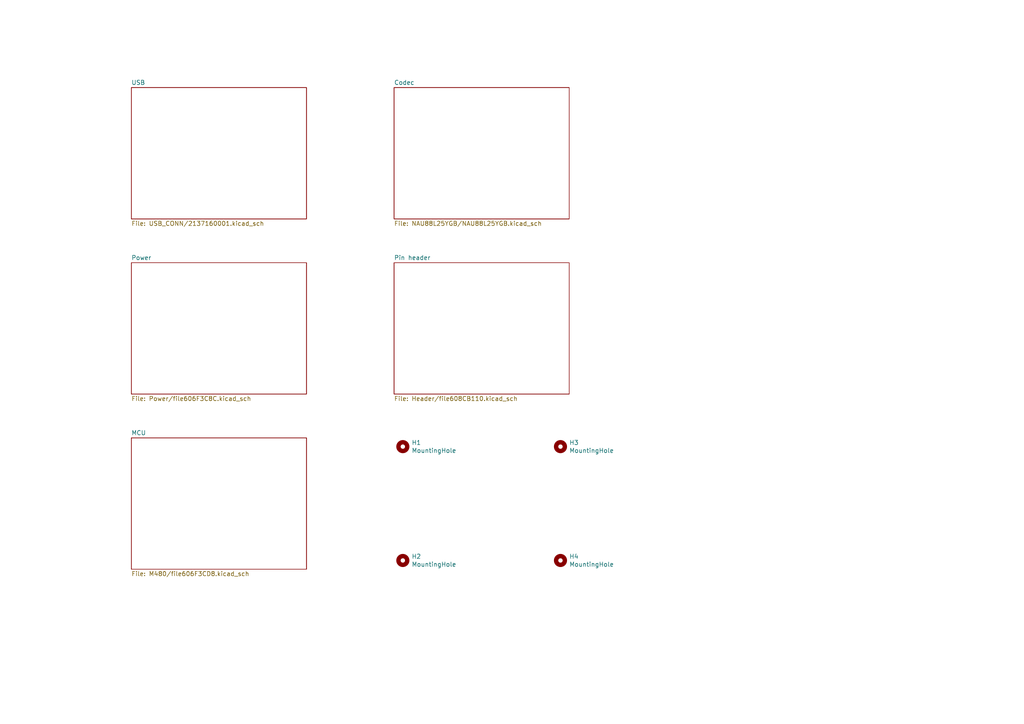
<source format=kicad_sch>
(kicad_sch (version 20211123) (generator eeschema)
  (paper "A4")
  (title_block (title "NuDAC") (date "2021-06-02") (rev "1.0.0") (company "DANCHOUZHOU") (comment 1 "Copyright © Danny Chou, all rights reserved.") (comment 2 "danchouzhou@gmail.com"))
  (lib_symbols
    (symbol "Mechanical:MountingHole" (pin_names (offset 1.016))
      (property "Reference" "H" (at 0 5.08 0))
      (property "Value" "MountingHole" (at 0 3.175 0))
      (symbol "MountingHole_0_1"
        (circle (center 0 0) (radius 1.27) (stroke (width 1.27)))
      )
    )
  )
  (symbol (lib_id "Mechanical:MountingHole") (at 116.84 129.54 0) (unit 1)
    (property "Reference" "H1" (at 119.38 128.3716 0) (effects (justify left)))
    (property "Value" "MountingHole" (at 119.38 130.683 0) (effects (justify left)))
    (property "Footprint" "MountingHole:MountingHole_2.7mm_M2.5_ISO7380" (effects hide))
  )
  (symbol (lib_id "Mechanical:MountingHole") (at 162.56 129.54 0) (unit 1)
    (property "Reference" "H3" (at 165.1 128.3716 0) (effects (justify left)))
    (property "Value" "MountingHole" (at 165.1 130.683 0) (effects (justify left)))
    (property "Footprint" "MountingHole:MountingHole_2.7mm_M2.5_ISO7380" (effects hide))
  )
  (symbol (lib_id "Mechanical:MountingHole") (at 116.84 162.56 0) (unit 1)
    (property "Reference" "H2" (at 119.38 161.3916 0) (effects (justify left)))
    (property "Value" "MountingHole" (at 119.38 163.703 0) (effects (justify left)))
    (property "Footprint" "MountingHole:MountingHole_2.7mm_M2.5_ISO7380" (effects hide))
  )
  (symbol (lib_id "Mechanical:MountingHole") (at 162.56 162.56 0) (unit 1)
    (property "Reference" "H4" (at 165.1 161.3916 0) (effects (justify left)))
    (property "Value" "MountingHole" (at 165.1 163.703 0) (effects (justify left)))
    (property "Footprint" "MountingHole:MountingHole_2.7mm_M2.5_ISO7380" (effects hide))
  )
  (sheet (at 38.1 25.4) (size 50.8 38.1)
    (property "Sheet name" "USB" (at 38.1 24.6884 0) (effects (justify left bottom)))
    (property "Sheet file" "USB_CONN/2137160001.kicad_sch" (at 38.1 64.0846 0) (effects (justify left top)))
  )
  (sheet (at 38.1 76.2) (size 50.8 38.1)
    (property "Sheet name" "Power" (at 38.1 75.4884 0) (effects (justify left bottom)))
    (property "Sheet file" "Power/file606F3C8C.kicad_sch" (at 38.1 114.8846 0) (effects (justify left top)))
  )
  (sheet (at 38.1 127) (size 50.8 38.1)
    (property "Sheet name" "MCU" (at 38.1 126.2884 0) (effects (justify left bottom)))
    (property "Sheet file" "M480/file606F3CD8.kicad_sch" (at 38.1 165.6846 0) (effects (justify left top)))
  )
  (sheet (at 114.3 25.4) (size 50.8 38.1)
    (property "Sheet name" "Codec" (at 114.3 24.6884 0) (effects (justify left bottom)))
    (property "Sheet file" "NAU88L25YGB/NAU88L25YGB.kicad_sch" (at 114.3 64.0846 0) (effects (justify left top)))
  )
  (sheet (at 114.3 76.2) (size 50.8 38.1)
    (property "Sheet name" "Pin header" (at 114.3 75.4884 0) (effects (justify left bottom)))
    (property "Sheet file" "Header/file608CB110.kicad_sch" (at 114.3 114.8846 0) (effects (justify left top)))
  )
)
</source>
